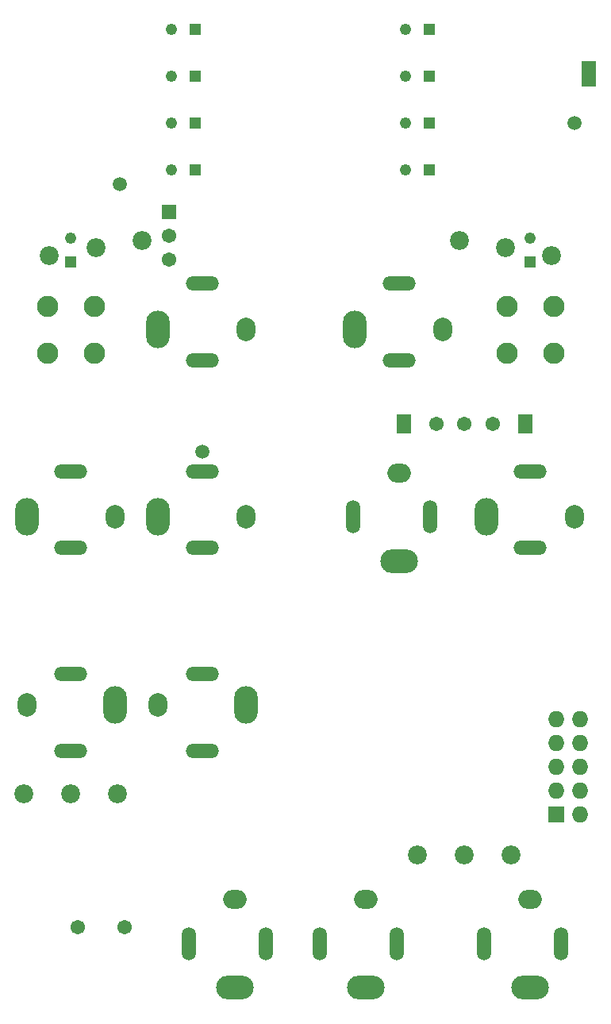
<source format=gts>
G04 #@! TF.FileFunction,Soldermask,Top*
%FSLAX46Y46*%
G04 Gerber Fmt 4.6, Leading zero omitted, Abs format (unit mm)*
G04 Created by KiCad (PCBNEW 4.0.2-stable) date 2017-05-29 11:54:06 AM*
%MOMM*%
G01*
G04 APERTURE LIST*
%ADD10C,0.100000*%
%ADD11C,2.018980*%
%ADD12O,4.020000X2.520000*%
%ADD13O,2.520000X2.020000*%
%ADD14O,1.520000X3.520000*%
%ADD15O,2.520000X4.020000*%
%ADD16O,2.020000X2.520000*%
%ADD17O,3.520000X1.520000*%
%ADD18R,1.220000X1.220000*%
%ADD19C,1.220000*%
%ADD20R,1.747200X1.747200*%
%ADD21O,1.747200X1.747200*%
%ADD22C,2.270000*%
%ADD23R,1.620000X2.820000*%
%ADD24C,1.544000*%
%ADD25C,1.520000*%
%ADD26R,1.544000X1.544000*%
%ADD27R,1.520000X2.020000*%
G04 APERTURE END LIST*
D10*
D11*
X114359238Y-49280570D03*
X119290666Y-50105808D03*
X109427810Y-48455332D03*
D12*
X103000000Y-82700000D03*
D13*
X103000000Y-73300000D03*
D14*
X98100000Y-78000000D03*
X106300000Y-78000000D03*
D15*
X86700000Y-98000000D03*
D16*
X77300000Y-98000000D03*
D17*
X82000000Y-102900000D03*
X82000000Y-94700000D03*
D18*
X68000000Y-50770000D03*
D19*
X68000000Y-48230000D03*
D18*
X117000000Y-50770000D03*
D19*
X117000000Y-48230000D03*
D18*
X81270000Y-26000000D03*
D19*
X78730000Y-26000000D03*
D18*
X81270000Y-31000000D03*
D19*
X78730000Y-31000000D03*
D18*
X81270000Y-36000000D03*
D19*
X78730000Y-36000000D03*
D18*
X81270000Y-41000000D03*
D19*
X78730000Y-41000000D03*
D18*
X106270000Y-26000000D03*
D19*
X103730000Y-26000000D03*
D18*
X106270000Y-31000000D03*
D19*
X103730000Y-31000000D03*
D18*
X106270000Y-36000000D03*
D19*
X103730000Y-36000000D03*
D18*
X106270000Y-41000000D03*
D19*
X103730000Y-41000000D03*
D15*
X98300000Y-58000000D03*
D16*
X107700000Y-58000000D03*
D17*
X103000000Y-53100000D03*
X103000000Y-61300000D03*
D15*
X72700000Y-98000000D03*
D16*
X63300000Y-98000000D03*
D17*
X68000000Y-102900000D03*
X68000000Y-94700000D03*
D15*
X112300000Y-78000000D03*
D16*
X121700000Y-78000000D03*
D17*
X117000000Y-73100000D03*
X117000000Y-81300000D03*
D15*
X77300000Y-78000000D03*
D16*
X86700000Y-78000000D03*
D17*
X82000000Y-73100000D03*
X82000000Y-81300000D03*
D15*
X77300000Y-58000000D03*
D16*
X86700000Y-58000000D03*
D17*
X82000000Y-53100000D03*
X82000000Y-61300000D03*
D15*
X63300000Y-78000000D03*
D16*
X72700000Y-78000000D03*
D17*
X68000000Y-73100000D03*
X68000000Y-81300000D03*
D12*
X85500000Y-128200000D03*
D13*
X85500000Y-118800000D03*
D14*
X80600000Y-123500000D03*
X88800000Y-123500000D03*
D12*
X99500000Y-128200000D03*
D13*
X99500000Y-118800000D03*
D14*
X94600000Y-123500000D03*
X102800000Y-123500000D03*
D12*
X117000000Y-128200000D03*
D13*
X117000000Y-118800000D03*
D14*
X112100000Y-123500000D03*
X120300000Y-123500000D03*
D20*
X119750000Y-109750000D03*
D21*
X122290000Y-109750000D03*
X119750000Y-107210000D03*
X122290000Y-107210000D03*
X119750000Y-104670000D03*
X122290000Y-104670000D03*
X119750000Y-102130000D03*
X122290000Y-102130000D03*
X119750000Y-99590000D03*
X122290000Y-99590000D03*
D22*
X65500000Y-55500000D03*
X70500000Y-55500000D03*
X70500000Y-60500000D03*
X65500000Y-60500000D03*
X119500000Y-60500000D03*
X114500000Y-60500000D03*
X114500000Y-55500000D03*
X119500000Y-55500000D03*
D23*
X123250000Y-30750000D03*
D24*
X68750000Y-121750000D03*
X73750000Y-121750000D03*
D11*
X110000000Y-114000000D03*
X115000000Y-114000000D03*
X105000000Y-114000000D03*
X70640762Y-49280570D03*
X75572190Y-48455332D03*
X65709334Y-50105808D03*
X68000000Y-107500000D03*
X63000000Y-107500000D03*
X73000000Y-107500000D03*
D25*
X121750000Y-36000000D03*
X73250000Y-42500000D03*
X82000000Y-71000000D03*
D26*
X78500000Y-45460000D03*
D24*
X78500000Y-48000000D03*
X78500000Y-50540000D03*
X113000000Y-68050000D03*
X110000000Y-68050000D03*
X107000000Y-68050000D03*
D27*
X116500000Y-68050000D03*
X103500000Y-68050000D03*
M02*

</source>
